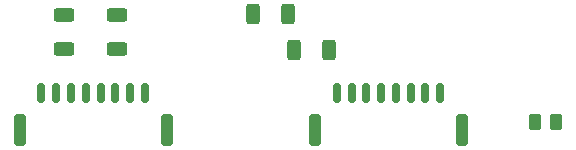
<source format=gbr>
%TF.GenerationSoftware,KiCad,Pcbnew,(6.0.10-0)*%
%TF.CreationDate,2023-01-18T17:39:01-08:00*%
%TF.ProjectId,Sensor,53656e73-6f72-42e6-9b69-6361645f7063,rev?*%
%TF.SameCoordinates,Original*%
%TF.FileFunction,Paste,Top*%
%TF.FilePolarity,Positive*%
%FSLAX46Y46*%
G04 Gerber Fmt 4.6, Leading zero omitted, Abs format (unit mm)*
G04 Created by KiCad (PCBNEW (6.0.10-0)) date 2023-01-18 17:39:01*
%MOMM*%
%LPD*%
G01*
G04 APERTURE LIST*
G04 Aperture macros list*
%AMRoundRect*
0 Rectangle with rounded corners*
0 $1 Rounding radius*
0 $2 $3 $4 $5 $6 $7 $8 $9 X,Y pos of 4 corners*
0 Add a 4 corners polygon primitive as box body*
4,1,4,$2,$3,$4,$5,$6,$7,$8,$9,$2,$3,0*
0 Add four circle primitives for the rounded corners*
1,1,$1+$1,$2,$3*
1,1,$1+$1,$4,$5*
1,1,$1+$1,$6,$7*
1,1,$1+$1,$8,$9*
0 Add four rect primitives between the rounded corners*
20,1,$1+$1,$2,$3,$4,$5,0*
20,1,$1+$1,$4,$5,$6,$7,0*
20,1,$1+$1,$6,$7,$8,$9,0*
20,1,$1+$1,$8,$9,$2,$3,0*%
G04 Aperture macros list end*
%ADD10RoundRect,0.250000X0.312500X0.625000X-0.312500X0.625000X-0.312500X-0.625000X0.312500X-0.625000X0*%
%ADD11RoundRect,0.250000X0.625000X-0.312500X0.625000X0.312500X-0.625000X0.312500X-0.625000X-0.312500X0*%
%ADD12RoundRect,0.250000X0.262500X0.450000X-0.262500X0.450000X-0.262500X-0.450000X0.262500X-0.450000X0*%
%ADD13RoundRect,0.150000X-0.150000X-0.700000X0.150000X-0.700000X0.150000X0.700000X-0.150000X0.700000X0*%
%ADD14RoundRect,0.250000X-0.250000X-1.100000X0.250000X-1.100000X0.250000X1.100000X-0.250000X1.100000X0*%
G04 APERTURE END LIST*
D10*
%TO.C,R2*%
X56462500Y-131000000D03*
X53537500Y-131000000D03*
%TD*%
D11*
%TO.C,R3*%
X38500000Y-130962500D03*
X38500000Y-128037500D03*
%TD*%
D12*
%TO.C,R5*%
X75712500Y-137100000D03*
X73887500Y-137100000D03*
%TD*%
D13*
%TO.C,J2*%
X32125000Y-134650000D03*
X33375000Y-134650000D03*
X34625000Y-134650000D03*
X35875000Y-134650000D03*
X37125000Y-134650000D03*
X38375000Y-134650000D03*
X39625000Y-134650000D03*
X40875000Y-134650000D03*
D14*
X42725000Y-137850000D03*
X30275000Y-137850000D03*
%TD*%
D13*
%TO.C,J3*%
X57125000Y-134650000D03*
X58375000Y-134650000D03*
X59625000Y-134650000D03*
X60875000Y-134650000D03*
X62125000Y-134650000D03*
X63375000Y-134650000D03*
X64625000Y-134650000D03*
X65875000Y-134650000D03*
D14*
X55275000Y-137850000D03*
X67725000Y-137850000D03*
%TD*%
D11*
%TO.C,R1*%
X34000000Y-130962500D03*
X34000000Y-128037500D03*
%TD*%
D10*
%TO.C,R4*%
X52962500Y-128000000D03*
X50037500Y-128000000D03*
%TD*%
M02*

</source>
